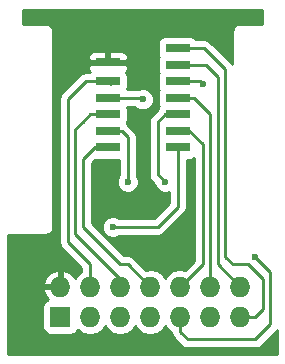
<source format=gbr>
G04 #@! TF.FileFunction,Copper,L1,Top,Signal*
%FSLAX46Y46*%
G04 Gerber Fmt 4.6, Leading zero omitted, Abs format (unit mm)*
G04 Created by KiCad (PCBNEW 0.201506122246+5743~23~ubuntu14.04.1-product) date Mon 22 Jun 2015 14:25:25 BST*
%MOMM*%
G01*
G04 APERTURE LIST*
%ADD10C,0.100000*%
%ADD11R,1.727200X1.727200*%
%ADD12O,1.727200X1.727200*%
%ADD13R,2.100000X0.750000*%
%ADD14C,0.600000*%
%ADD15C,0.250000*%
%ADD16C,0.254000*%
G04 APERTURE END LIST*
D10*
D11*
X39370000Y-59690000D03*
D12*
X39370000Y-57150000D03*
X41910000Y-59690000D03*
X41910000Y-57150000D03*
X44450000Y-59690000D03*
X44450000Y-57150000D03*
X46990000Y-59690000D03*
X46990000Y-57150000D03*
X49530000Y-59690000D03*
X49530000Y-57150000D03*
X52070000Y-59690000D03*
X52070000Y-57150000D03*
X54610000Y-59690000D03*
X54610000Y-57150000D03*
D13*
X43400000Y-45345000D03*
X43400000Y-43945000D03*
X43400000Y-42545000D03*
X43400000Y-41145000D03*
X43400000Y-39745000D03*
X43400000Y-38145000D03*
X49310000Y-36945000D03*
X49310000Y-45345000D03*
X49310000Y-43945000D03*
X49310000Y-42545000D03*
X49310000Y-41145000D03*
X49310000Y-39745000D03*
X49310000Y-38345000D03*
D14*
X46355000Y-41275000D03*
X45085000Y-48260000D03*
X43815000Y-52070000D03*
X55880000Y-54610000D03*
X48260000Y-48260000D03*
X51435000Y-40005000D03*
D15*
X43400000Y-41145000D02*
X43530000Y-41275000D01*
X46225000Y-41145000D02*
X43400000Y-41145000D01*
X46355000Y-41275000D02*
X46225000Y-41145000D01*
X43660000Y-40005000D02*
X43400000Y-39745000D01*
X40012502Y-53347502D02*
X40012502Y-41267498D01*
X40012502Y-41267498D02*
X40640000Y-40640000D01*
X41275000Y-40005000D02*
X41535000Y-39745000D01*
X41910000Y-55245000D02*
X40640000Y-53975000D01*
X40640000Y-40640000D02*
X41275000Y-40005000D01*
X41910000Y-55245000D02*
X41910000Y-57150000D01*
X43400000Y-39745000D02*
X41535000Y-39745000D01*
X40640000Y-53975000D02*
X40012502Y-53347502D01*
X43945000Y-43945000D02*
X43400000Y-43945000D01*
X44580000Y-43945000D02*
X43400000Y-43945000D01*
X45085000Y-44450000D02*
X45085000Y-45085000D01*
X45085000Y-48260000D02*
X45085000Y-45085000D01*
X45085000Y-44450000D02*
X44580000Y-43945000D01*
X42545000Y-42545000D02*
X43400000Y-42545000D01*
X43180000Y-55245000D02*
X40640000Y-52705000D01*
X40640000Y-52705000D02*
X40640000Y-43815000D01*
X41275000Y-43180000D02*
X40640000Y-43815000D01*
X41910000Y-42545000D02*
X43400000Y-42545000D01*
X44450000Y-56515000D02*
X44450000Y-56515000D01*
X41275000Y-43180000D02*
X41910000Y-42545000D01*
X44450000Y-56515000D02*
X43180000Y-55245000D01*
X44450000Y-57150000D02*
X44450000Y-56515000D01*
X49310000Y-50385000D02*
X49310000Y-45345000D01*
X43815000Y-52070000D02*
X47625000Y-52070000D01*
X47625000Y-52070000D02*
X49310000Y-50385000D01*
X46990000Y-57150000D02*
X46990000Y-57150000D01*
X45085000Y-55245000D02*
X44450000Y-55245000D01*
X41275000Y-52070000D02*
X44450000Y-55245000D01*
X42285000Y-45345000D02*
X43400000Y-45345000D01*
X41275000Y-52070000D02*
X41275000Y-46355000D01*
X41275000Y-46355000D02*
X42285000Y-45345000D01*
X46990000Y-57150000D02*
X45085000Y-55245000D01*
X49310000Y-42545000D02*
X48260000Y-42545000D01*
X55880000Y-54610000D02*
X57150000Y-55880000D01*
X57150000Y-55880000D02*
X57150000Y-60325000D01*
X57150000Y-60325000D02*
X55880000Y-61595000D01*
X55880000Y-61595000D02*
X50165000Y-61595000D01*
X50165000Y-61595000D02*
X49530000Y-60960000D01*
X49530000Y-60960000D02*
X49530000Y-59690000D01*
X47625000Y-47625000D02*
X48260000Y-48260000D01*
X47625000Y-43180000D02*
X47625000Y-47625000D01*
X48260000Y-42545000D02*
X47625000Y-43180000D01*
X50295000Y-43945000D02*
X49310000Y-43945000D01*
X50165000Y-56515000D02*
X51435000Y-55245000D01*
X51435000Y-55245000D02*
X51435000Y-45085000D01*
X51435000Y-45085000D02*
X50295000Y-43945000D01*
X49530000Y-57150000D02*
X50165000Y-56515000D01*
X51435000Y-40005000D02*
X51175000Y-39745000D01*
X51175000Y-39745000D02*
X49310000Y-39745000D01*
X52070000Y-54610000D02*
X52070000Y-53975000D01*
X52070000Y-53975000D02*
X52036671Y-42543246D01*
X52036671Y-42543246D02*
X50670000Y-41145000D01*
X50670000Y-41145000D02*
X49310000Y-41145000D01*
X52070000Y-57150000D02*
X52070000Y-54610000D01*
X56515000Y-56515000D02*
X56515000Y-57785000D01*
X53340000Y-54610000D02*
X53975000Y-55245000D01*
X51550000Y-36945000D02*
X53340000Y-38735000D01*
X53340000Y-38735000D02*
X53340000Y-54610000D01*
X51550000Y-36945000D02*
X49310000Y-36945000D01*
X53975000Y-55245000D02*
X55245000Y-55245000D01*
X54610000Y-59690000D02*
X55880000Y-59690000D01*
X56515000Y-59055000D02*
X55880000Y-59690000D01*
X56515000Y-57785000D02*
X56515000Y-59055000D01*
X55245000Y-55245000D02*
X56515000Y-56515000D01*
X51680000Y-38345000D02*
X49310000Y-38345000D01*
X54610000Y-57150000D02*
X52705000Y-55245000D01*
X52705000Y-39370000D02*
X52070000Y-38735000D01*
X52705000Y-40005000D02*
X52705000Y-39370000D01*
X52705000Y-42545000D02*
X52705000Y-40005000D01*
X52705000Y-53340000D02*
X52705000Y-42545000D01*
X52705000Y-55245000D02*
X52705000Y-53340000D01*
X52070000Y-38735000D02*
X51680000Y-38345000D01*
D16*
G36*
X56465000Y-34875000D02*
X56465000Y-34875000D01*
X54610000Y-34875000D01*
X54347862Y-34927143D01*
X54125632Y-35075632D01*
X53977143Y-35297862D01*
X53925000Y-35560000D01*
X53925000Y-38268836D01*
X53877401Y-38197599D01*
X52087401Y-36407599D01*
X51840839Y-36242852D01*
X51550000Y-36185000D01*
X50866608Y-36185000D01*
X50820673Y-36115073D01*
X50609640Y-35972623D01*
X50360000Y-35922560D01*
X48260000Y-35922560D01*
X48017877Y-35969537D01*
X47805073Y-36109327D01*
X47662623Y-36320360D01*
X47612560Y-36570000D01*
X47612560Y-37320000D01*
X47659537Y-37562123D01*
X47713739Y-37644635D01*
X47662623Y-37720360D01*
X47612560Y-37970000D01*
X47612560Y-38720000D01*
X47659537Y-38962123D01*
X47713739Y-39044635D01*
X47662623Y-39120360D01*
X47612560Y-39370000D01*
X47612560Y-40120000D01*
X47659537Y-40362123D01*
X47713739Y-40444635D01*
X47662623Y-40520360D01*
X47612560Y-40770000D01*
X47612560Y-41520000D01*
X47659537Y-41762123D01*
X47713739Y-41844635D01*
X47662623Y-41920360D01*
X47625695Y-42104503D01*
X47087599Y-42642599D01*
X46922852Y-42889161D01*
X46865000Y-43180000D01*
X46865000Y-47625000D01*
X46922852Y-47915839D01*
X47087599Y-48162401D01*
X47324878Y-48399680D01*
X47324838Y-48445167D01*
X47466883Y-48788943D01*
X47729673Y-49052192D01*
X48073201Y-49194838D01*
X48445167Y-49195162D01*
X48550000Y-49151846D01*
X48550000Y-50070198D01*
X47310198Y-51310000D01*
X44377463Y-51310000D01*
X44345327Y-51277808D01*
X44001799Y-51135162D01*
X43629833Y-51134838D01*
X43286057Y-51276883D01*
X43022808Y-51539673D01*
X42880162Y-51883201D01*
X42879838Y-52255167D01*
X43021883Y-52598943D01*
X43284673Y-52862192D01*
X43628201Y-53004838D01*
X44000167Y-53005162D01*
X44343943Y-52863117D01*
X44377118Y-52830000D01*
X47625000Y-52830000D01*
X47915839Y-52772148D01*
X48162401Y-52607401D01*
X49847401Y-50922401D01*
X50012148Y-50675839D01*
X50070000Y-50385000D01*
X50070000Y-46367440D01*
X50360000Y-46367440D01*
X50602123Y-46320463D01*
X50675000Y-46272590D01*
X50675000Y-54930198D01*
X49907973Y-55697225D01*
X49530000Y-55622041D01*
X48956511Y-55736115D01*
X48470330Y-56060971D01*
X48260000Y-56375752D01*
X48049670Y-56060971D01*
X47563489Y-55736115D01*
X46990000Y-55622041D01*
X46612027Y-55697225D01*
X45622401Y-54707599D01*
X45375839Y-54542852D01*
X45085000Y-54485000D01*
X44764802Y-54485000D01*
X42035000Y-51755198D01*
X42035000Y-46669802D01*
X42339473Y-46365329D01*
X42350000Y-46367440D01*
X44325000Y-46367440D01*
X44325000Y-47697537D01*
X44292808Y-47729673D01*
X44150162Y-48073201D01*
X44149838Y-48445167D01*
X44291883Y-48788943D01*
X44554673Y-49052192D01*
X44898201Y-49194838D01*
X45270167Y-49195162D01*
X45613943Y-49053117D01*
X45877192Y-48790327D01*
X46019838Y-48446799D01*
X46020162Y-48074833D01*
X45878117Y-47731057D01*
X45845000Y-47697882D01*
X45845000Y-44450000D01*
X45787148Y-44159161D01*
X45622401Y-43912599D01*
X45117401Y-43407599D01*
X45058264Y-43368085D01*
X45050463Y-43327877D01*
X44996261Y-43245365D01*
X45047377Y-43169640D01*
X45097440Y-42920000D01*
X45097440Y-42170000D01*
X45050463Y-41927877D01*
X45035435Y-41905000D01*
X45662764Y-41905000D01*
X45824673Y-42067192D01*
X46168201Y-42209838D01*
X46540167Y-42210162D01*
X46883943Y-42068117D01*
X47147192Y-41805327D01*
X47289838Y-41461799D01*
X47290162Y-41089833D01*
X47148117Y-40746057D01*
X46885327Y-40482808D01*
X46541799Y-40340162D01*
X46169833Y-40339838D01*
X46060532Y-40385000D01*
X45037009Y-40385000D01*
X45047377Y-40369640D01*
X45097440Y-40120000D01*
X45097440Y-39370000D01*
X45050463Y-39127877D01*
X44927435Y-38940590D01*
X44988327Y-38879699D01*
X45085000Y-38646310D01*
X45085000Y-38430750D01*
X44926250Y-38272000D01*
X43527000Y-38272000D01*
X43527000Y-38292000D01*
X43273000Y-38292000D01*
X43273000Y-38272000D01*
X41873750Y-38272000D01*
X41715000Y-38430750D01*
X41715000Y-38646310D01*
X41811673Y-38879699D01*
X41873404Y-38941429D01*
X41843993Y-38985000D01*
X41535000Y-38985000D01*
X41244161Y-39042852D01*
X40997599Y-39207599D01*
X39475101Y-40730097D01*
X39310354Y-40976659D01*
X39252502Y-41267498D01*
X39252502Y-53347502D01*
X39310354Y-53638341D01*
X39475101Y-53884903D01*
X41150000Y-55559802D01*
X41150000Y-55860738D01*
X40850330Y-56060971D01*
X40634336Y-56384228D01*
X40576821Y-56261510D01*
X40144947Y-55867312D01*
X39729026Y-55695042D01*
X39497000Y-55816183D01*
X39497000Y-57023000D01*
X39517000Y-57023000D01*
X39517000Y-57277000D01*
X39497000Y-57277000D01*
X39497000Y-57297000D01*
X39243000Y-57297000D01*
X39243000Y-57277000D01*
X38035531Y-57277000D01*
X37915032Y-57509027D01*
X38163179Y-58038490D01*
X38350264Y-58209254D01*
X38264277Y-58225937D01*
X38051473Y-58365727D01*
X37909023Y-58576760D01*
X37858960Y-58826400D01*
X37858960Y-60553600D01*
X37905937Y-60795723D01*
X38045727Y-61008527D01*
X38256760Y-61150977D01*
X38506400Y-61201040D01*
X40233600Y-61201040D01*
X40475723Y-61154063D01*
X40688527Y-61014273D01*
X40830977Y-60803240D01*
X40839179Y-60762340D01*
X40850330Y-60779029D01*
X41336511Y-61103885D01*
X41910000Y-61217959D01*
X42483489Y-61103885D01*
X42969670Y-60779029D01*
X43180000Y-60464248D01*
X43390330Y-60779029D01*
X43876511Y-61103885D01*
X44450000Y-61217959D01*
X45023489Y-61103885D01*
X45509670Y-60779029D01*
X45720000Y-60464248D01*
X45930330Y-60779029D01*
X46416511Y-61103885D01*
X46990000Y-61217959D01*
X47563489Y-61103885D01*
X48049670Y-60779029D01*
X48260000Y-60464248D01*
X48470330Y-60779029D01*
X48774419Y-60982215D01*
X48827852Y-61250839D01*
X48992599Y-61497401D01*
X49627599Y-62132401D01*
X49874161Y-62297148D01*
X50165000Y-62355000D01*
X55880000Y-62355000D01*
X56170839Y-62297148D01*
X56417401Y-62132401D01*
X57687401Y-60862401D01*
X57735000Y-60791164D01*
X57735000Y-62815000D01*
X34975000Y-62815000D01*
X34975000Y-55695042D01*
X39010974Y-55695042D01*
X38595053Y-55867312D01*
X38163179Y-56261510D01*
X37915032Y-56790973D01*
X38035531Y-57023000D01*
X39243000Y-57023000D01*
X39243000Y-55816183D01*
X39010974Y-55695042D01*
X34975000Y-55695042D01*
X34975000Y-52755000D01*
X38100000Y-52755000D01*
X38362138Y-52702857D01*
X38584368Y-52554368D01*
X38732857Y-52332138D01*
X38785000Y-52070000D01*
X38785000Y-37135000D01*
X42223691Y-37135000D01*
X41990302Y-37231673D01*
X41811673Y-37410301D01*
X41715000Y-37643690D01*
X41715000Y-37859250D01*
X41873750Y-38018000D01*
X43273000Y-38018000D01*
X43273000Y-37293750D01*
X43114250Y-37135000D01*
X43685750Y-37135000D01*
X43527000Y-37293750D01*
X43527000Y-38018000D01*
X44926250Y-38018000D01*
X45085000Y-37859250D01*
X45085000Y-37643690D01*
X44988327Y-37410301D01*
X44809698Y-37231673D01*
X44576309Y-37135000D01*
X43685750Y-37135000D01*
X43114250Y-37135000D01*
X43114250Y-37135000D01*
X42223691Y-37135000D01*
X38785000Y-37135000D01*
X38785000Y-35560000D01*
X38732857Y-35297862D01*
X38584368Y-35075632D01*
X38362138Y-34927143D01*
X38100000Y-34875000D01*
X36245000Y-34875000D01*
X36245000Y-33705000D01*
X56465000Y-33705000D01*
X56465000Y-34875000D01*
X56465000Y-34875000D01*
G37*
X56465000Y-34875000D02*
X56465000Y-34875000D01*
X54610000Y-34875000D01*
X54347862Y-34927143D01*
X54125632Y-35075632D01*
X53977143Y-35297862D01*
X53925000Y-35560000D01*
X53925000Y-38268836D01*
X53877401Y-38197599D01*
X52087401Y-36407599D01*
X51840839Y-36242852D01*
X51550000Y-36185000D01*
X50866608Y-36185000D01*
X50820673Y-36115073D01*
X50609640Y-35972623D01*
X50360000Y-35922560D01*
X48260000Y-35922560D01*
X48017877Y-35969537D01*
X47805073Y-36109327D01*
X47662623Y-36320360D01*
X47612560Y-36570000D01*
X47612560Y-37320000D01*
X47659537Y-37562123D01*
X47713739Y-37644635D01*
X47662623Y-37720360D01*
X47612560Y-37970000D01*
X47612560Y-38720000D01*
X47659537Y-38962123D01*
X47713739Y-39044635D01*
X47662623Y-39120360D01*
X47612560Y-39370000D01*
X47612560Y-40120000D01*
X47659537Y-40362123D01*
X47713739Y-40444635D01*
X47662623Y-40520360D01*
X47612560Y-40770000D01*
X47612560Y-41520000D01*
X47659537Y-41762123D01*
X47713739Y-41844635D01*
X47662623Y-41920360D01*
X47625695Y-42104503D01*
X47087599Y-42642599D01*
X46922852Y-42889161D01*
X46865000Y-43180000D01*
X46865000Y-47625000D01*
X46922852Y-47915839D01*
X47087599Y-48162401D01*
X47324878Y-48399680D01*
X47324838Y-48445167D01*
X47466883Y-48788943D01*
X47729673Y-49052192D01*
X48073201Y-49194838D01*
X48445167Y-49195162D01*
X48550000Y-49151846D01*
X48550000Y-50070198D01*
X47310198Y-51310000D01*
X44377463Y-51310000D01*
X44345327Y-51277808D01*
X44001799Y-51135162D01*
X43629833Y-51134838D01*
X43286057Y-51276883D01*
X43022808Y-51539673D01*
X42880162Y-51883201D01*
X42879838Y-52255167D01*
X43021883Y-52598943D01*
X43284673Y-52862192D01*
X43628201Y-53004838D01*
X44000167Y-53005162D01*
X44343943Y-52863117D01*
X44377118Y-52830000D01*
X47625000Y-52830000D01*
X47915839Y-52772148D01*
X48162401Y-52607401D01*
X49847401Y-50922401D01*
X50012148Y-50675839D01*
X50070000Y-50385000D01*
X50070000Y-46367440D01*
X50360000Y-46367440D01*
X50602123Y-46320463D01*
X50675000Y-46272590D01*
X50675000Y-54930198D01*
X49907973Y-55697225D01*
X49530000Y-55622041D01*
X48956511Y-55736115D01*
X48470330Y-56060971D01*
X48260000Y-56375752D01*
X48049670Y-56060971D01*
X47563489Y-55736115D01*
X46990000Y-55622041D01*
X46612027Y-55697225D01*
X45622401Y-54707599D01*
X45375839Y-54542852D01*
X45085000Y-54485000D01*
X44764802Y-54485000D01*
X42035000Y-51755198D01*
X42035000Y-46669802D01*
X42339473Y-46365329D01*
X42350000Y-46367440D01*
X44325000Y-46367440D01*
X44325000Y-47697537D01*
X44292808Y-47729673D01*
X44150162Y-48073201D01*
X44149838Y-48445167D01*
X44291883Y-48788943D01*
X44554673Y-49052192D01*
X44898201Y-49194838D01*
X45270167Y-49195162D01*
X45613943Y-49053117D01*
X45877192Y-48790327D01*
X46019838Y-48446799D01*
X46020162Y-48074833D01*
X45878117Y-47731057D01*
X45845000Y-47697882D01*
X45845000Y-44450000D01*
X45787148Y-44159161D01*
X45622401Y-43912599D01*
X45117401Y-43407599D01*
X45058264Y-43368085D01*
X45050463Y-43327877D01*
X44996261Y-43245365D01*
X45047377Y-43169640D01*
X45097440Y-42920000D01*
X45097440Y-42170000D01*
X45050463Y-41927877D01*
X45035435Y-41905000D01*
X45662764Y-41905000D01*
X45824673Y-42067192D01*
X46168201Y-42209838D01*
X46540167Y-42210162D01*
X46883943Y-42068117D01*
X47147192Y-41805327D01*
X47289838Y-41461799D01*
X47290162Y-41089833D01*
X47148117Y-40746057D01*
X46885327Y-40482808D01*
X46541799Y-40340162D01*
X46169833Y-40339838D01*
X46060532Y-40385000D01*
X45037009Y-40385000D01*
X45047377Y-40369640D01*
X45097440Y-40120000D01*
X45097440Y-39370000D01*
X45050463Y-39127877D01*
X44927435Y-38940590D01*
X44988327Y-38879699D01*
X45085000Y-38646310D01*
X45085000Y-38430750D01*
X44926250Y-38272000D01*
X43527000Y-38272000D01*
X43527000Y-38292000D01*
X43273000Y-38292000D01*
X43273000Y-38272000D01*
X41873750Y-38272000D01*
X41715000Y-38430750D01*
X41715000Y-38646310D01*
X41811673Y-38879699D01*
X41873404Y-38941429D01*
X41843993Y-38985000D01*
X41535000Y-38985000D01*
X41244161Y-39042852D01*
X40997599Y-39207599D01*
X39475101Y-40730097D01*
X39310354Y-40976659D01*
X39252502Y-41267498D01*
X39252502Y-53347502D01*
X39310354Y-53638341D01*
X39475101Y-53884903D01*
X41150000Y-55559802D01*
X41150000Y-55860738D01*
X40850330Y-56060971D01*
X40634336Y-56384228D01*
X40576821Y-56261510D01*
X40144947Y-55867312D01*
X39729026Y-55695042D01*
X39497000Y-55816183D01*
X39497000Y-57023000D01*
X39517000Y-57023000D01*
X39517000Y-57277000D01*
X39497000Y-57277000D01*
X39497000Y-57297000D01*
X39243000Y-57297000D01*
X39243000Y-57277000D01*
X38035531Y-57277000D01*
X37915032Y-57509027D01*
X38163179Y-58038490D01*
X38350264Y-58209254D01*
X38264277Y-58225937D01*
X38051473Y-58365727D01*
X37909023Y-58576760D01*
X37858960Y-58826400D01*
X37858960Y-60553600D01*
X37905937Y-60795723D01*
X38045727Y-61008527D01*
X38256760Y-61150977D01*
X38506400Y-61201040D01*
X40233600Y-61201040D01*
X40475723Y-61154063D01*
X40688527Y-61014273D01*
X40830977Y-60803240D01*
X40839179Y-60762340D01*
X40850330Y-60779029D01*
X41336511Y-61103885D01*
X41910000Y-61217959D01*
X42483489Y-61103885D01*
X42969670Y-60779029D01*
X43180000Y-60464248D01*
X43390330Y-60779029D01*
X43876511Y-61103885D01*
X44450000Y-61217959D01*
X45023489Y-61103885D01*
X45509670Y-60779029D01*
X45720000Y-60464248D01*
X45930330Y-60779029D01*
X46416511Y-61103885D01*
X46990000Y-61217959D01*
X47563489Y-61103885D01*
X48049670Y-60779029D01*
X48260000Y-60464248D01*
X48470330Y-60779029D01*
X48774419Y-60982215D01*
X48827852Y-61250839D01*
X48992599Y-61497401D01*
X49627599Y-62132401D01*
X49874161Y-62297148D01*
X50165000Y-62355000D01*
X55880000Y-62355000D01*
X56170839Y-62297148D01*
X56417401Y-62132401D01*
X57687401Y-60862401D01*
X57735000Y-60791164D01*
X57735000Y-62815000D01*
X34975000Y-62815000D01*
X34975000Y-55695042D01*
X39010974Y-55695042D01*
X38595053Y-55867312D01*
X38163179Y-56261510D01*
X37915032Y-56790973D01*
X38035531Y-57023000D01*
X39243000Y-57023000D01*
X39243000Y-55816183D01*
X39010974Y-55695042D01*
X34975000Y-55695042D01*
X34975000Y-52755000D01*
X38100000Y-52755000D01*
X38362138Y-52702857D01*
X38584368Y-52554368D01*
X38732857Y-52332138D01*
X38785000Y-52070000D01*
X38785000Y-37135000D01*
X42223691Y-37135000D01*
X41990302Y-37231673D01*
X41811673Y-37410301D01*
X41715000Y-37643690D01*
X41715000Y-37859250D01*
X41873750Y-38018000D01*
X43273000Y-38018000D01*
X43273000Y-37293750D01*
X43114250Y-37135000D01*
X43685750Y-37135000D01*
X43527000Y-37293750D01*
X43527000Y-38018000D01*
X44926250Y-38018000D01*
X45085000Y-37859250D01*
X45085000Y-37643690D01*
X44988327Y-37410301D01*
X44809698Y-37231673D01*
X44576309Y-37135000D01*
X43685750Y-37135000D01*
X43114250Y-37135000D01*
X43114250Y-37135000D01*
X42223691Y-37135000D01*
X38785000Y-37135000D01*
X38785000Y-35560000D01*
X38732857Y-35297862D01*
X38584368Y-35075632D01*
X38362138Y-34927143D01*
X38100000Y-34875000D01*
X36245000Y-34875000D01*
X36245000Y-33705000D01*
X56465000Y-33705000D01*
X56465000Y-34875000D01*
M02*

</source>
